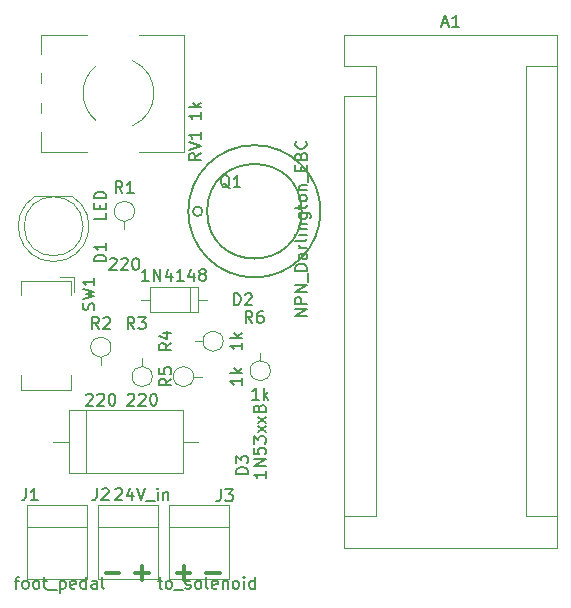
<source format=gbr>
G04 #@! TF.GenerationSoftware,KiCad,Pcbnew,(5.0.0)*
G04 #@! TF.CreationDate,2018-07-27T16:01:01+01:00*
G04 #@! TF.ProjectId,OpenSpritzer,4F70656E53707269747A65722E6B6963,rev?*
G04 #@! TF.SameCoordinates,Original*
G04 #@! TF.FileFunction,Legend,Top*
G04 #@! TF.FilePolarity,Positive*
%FSLAX46Y46*%
G04 Gerber Fmt 4.6, Leading zero omitted, Abs format (unit mm)*
G04 Created by KiCad (PCBNEW (5.0.0)) date 07/27/18 16:01:01*
%MOMM*%
%LPD*%
G01*
G04 APERTURE LIST*
%ADD10C,0.300000*%
%ADD11C,0.150000*%
%ADD12C,0.120000*%
G04 APERTURE END LIST*
D10*
X99928571Y-128607142D02*
X101071428Y-128607142D01*
X97428571Y-128607142D02*
X98571428Y-128607142D01*
X98000000Y-129178571D02*
X98000000Y-128035714D01*
X92571428Y-128607142D02*
X91428571Y-128607142D01*
X95071428Y-128607142D02*
X93928571Y-128607142D01*
X94500000Y-129178571D02*
X94500000Y-128035714D01*
D11*
G04 #@! TO.C,Q1*
X109600000Y-98000000D02*
G75*
G03X109600000Y-98000000I-5600000J0D01*
G01*
X108000000Y-98000000D02*
G75*
G03X108000000Y-98000000I-4000000J0D01*
G01*
X99600000Y-98000000D02*
G75*
G03X99600000Y-98000000I-400000J0D01*
G01*
D12*
G04 #@! TO.C,RV1*
X98060000Y-83039000D02*
X98060000Y-92960000D01*
X85940000Y-91325000D02*
X85940000Y-92960000D01*
X85940000Y-88825000D02*
X85940000Y-89675000D01*
X85940000Y-86325000D02*
X85940000Y-87175000D01*
X85940000Y-83039000D02*
X85940000Y-84675000D01*
X94195000Y-92960000D02*
X98060000Y-92960000D01*
X85940000Y-92960000D02*
X89806000Y-92960000D01*
X94195000Y-83039000D02*
X98060000Y-83039000D01*
X85940000Y-83039000D02*
X89806000Y-83039000D01*
X90571705Y-90297753D02*
G75*
G02X90572000Y-85702000I1928295J2297753D01*
G01*
X93671982Y-85237568D02*
G75*
G02X93673000Y-90762000I-1171982J-2762432D01*
G01*
G04 #@! TO.C,SW1*
X88450000Y-105100000D02*
X88450000Y-103900000D01*
X88450000Y-103900000D02*
X84250000Y-103900000D01*
X84250000Y-103900000D02*
X84250000Y-105100000D01*
X88450000Y-111900000D02*
X88450000Y-113100000D01*
X88450000Y-113100000D02*
X84250000Y-113100000D01*
X84250000Y-113100000D02*
X84250000Y-111900000D01*
X88750000Y-104800000D02*
X88750000Y-103600000D01*
X88750000Y-103600000D02*
X87550000Y-103600000D01*
G04 #@! TO.C,A1*
X129640000Y-83060000D02*
X111600000Y-83060000D01*
X129640000Y-126500000D02*
X129640000Y-83060000D01*
X111600000Y-126500000D02*
X129640000Y-126500000D01*
X114270000Y-123830000D02*
X111600000Y-123830000D01*
X114270000Y-88270000D02*
X114270000Y-123830000D01*
X114270000Y-88270000D02*
X111600000Y-88270000D01*
X126970000Y-123830000D02*
X129640000Y-123830000D01*
X126970000Y-85730000D02*
X126970000Y-123830000D01*
X126970000Y-85730000D02*
X129640000Y-85730000D01*
X111600000Y-83060000D02*
X111600000Y-85730000D01*
X111600000Y-88270000D02*
X111600000Y-126500000D01*
X114270000Y-85730000D02*
X111600000Y-85730000D01*
X114270000Y-88270000D02*
X114270000Y-85730000D01*
G04 #@! TO.C,D1*
X88545000Y-96710000D02*
X85455000Y-96710000D01*
X89500000Y-99270000D02*
G75*
G03X89500000Y-99270000I-2500000J0D01*
G01*
X87000462Y-102260000D02*
G75*
G02X85455170Y-96710000I-462J2990000D01*
G01*
X86999538Y-102260000D02*
G75*
G03X88544830Y-96710000I462J2990000D01*
G01*
G04 #@! TO.C,D2*
X99250000Y-106560000D02*
X99250000Y-104440000D01*
X99250000Y-104440000D02*
X95130000Y-104440000D01*
X95130000Y-104440000D02*
X95130000Y-106560000D01*
X95130000Y-106560000D02*
X99250000Y-106560000D01*
X100020000Y-105500000D02*
X99250000Y-105500000D01*
X94360000Y-105500000D02*
X95130000Y-105500000D01*
X98590000Y-106560000D02*
X98590000Y-104440000D01*
G04 #@! TO.C,D3*
X89784500Y-114835000D02*
X89784500Y-120165000D01*
X99260000Y-117500000D02*
X97945000Y-117500000D01*
X86980000Y-117500000D02*
X88295000Y-117500000D01*
X97945000Y-114835000D02*
X88295000Y-114835000D01*
X97945000Y-120165000D02*
X97945000Y-114835000D01*
X88295000Y-120165000D02*
X97945000Y-120165000D01*
X88295000Y-114835000D02*
X88295000Y-120165000D01*
G04 #@! TO.C,J1*
X89810000Y-122830000D02*
X89810000Y-129170000D01*
X84730000Y-122830000D02*
X84730000Y-129170000D01*
X84730000Y-122830000D02*
X89810000Y-122830000D01*
X89810000Y-129170000D02*
X84730000Y-129170000D01*
X89810000Y-124730000D02*
X84730000Y-124730000D01*
G04 #@! TO.C,J2*
X95810000Y-122830000D02*
X95810000Y-129170000D01*
X90730000Y-122830000D02*
X90730000Y-129170000D01*
X90730000Y-122830000D02*
X95810000Y-122830000D01*
X95810000Y-129170000D02*
X90730000Y-129170000D01*
X95810000Y-124730000D02*
X90730000Y-124730000D01*
G04 #@! TO.C,J3*
X101810000Y-124730000D02*
X96730000Y-124730000D01*
X101810000Y-129170000D02*
X96730000Y-129170000D01*
X96730000Y-122830000D02*
X101810000Y-122830000D01*
X96730000Y-122830000D02*
X96730000Y-129170000D01*
X101810000Y-122830000D02*
X101810000Y-129170000D01*
G04 #@! TO.C,R1*
X93860000Y-98000000D02*
G75*
G03X93860000Y-98000000I-860000J0D01*
G01*
X93000000Y-98860000D02*
X93000000Y-99540000D01*
G04 #@! TO.C,R2*
X91000000Y-110360000D02*
X91000000Y-111040000D01*
X91860000Y-109500000D02*
G75*
G03X91860000Y-109500000I-860000J0D01*
G01*
G04 #@! TO.C,R3*
X94500000Y-111140000D02*
X94500000Y-110460000D01*
X95360000Y-112000000D02*
G75*
G03X95360000Y-112000000I-860000J0D01*
G01*
G04 #@! TO.C,R4*
X99640000Y-109000000D02*
X98960000Y-109000000D01*
X101360000Y-109000000D02*
G75*
G03X101360000Y-109000000I-860000J0D01*
G01*
G04 #@! TO.C,R5*
X98860000Y-112000000D02*
G75*
G03X98860000Y-112000000I-860000J0D01*
G01*
X98860000Y-112000000D02*
X99540000Y-112000000D01*
G04 #@! TO.C,R6*
X104500000Y-110640000D02*
X104500000Y-109960000D01*
X105360000Y-111500000D02*
G75*
G03X105360000Y-111500000I-860000J0D01*
G01*
G04 #@! TO.C,Q1*
D11*
X101904761Y-96047619D02*
X101809523Y-96000000D01*
X101714285Y-95904761D01*
X101571428Y-95761904D01*
X101476190Y-95714285D01*
X101380952Y-95714285D01*
X101428571Y-95952380D02*
X101333333Y-95904761D01*
X101238095Y-95809523D01*
X101190476Y-95619047D01*
X101190476Y-95285714D01*
X101238095Y-95095238D01*
X101333333Y-95000000D01*
X101428571Y-94952380D01*
X101619047Y-94952380D01*
X101714285Y-95000000D01*
X101809523Y-95095238D01*
X101857142Y-95285714D01*
X101857142Y-95619047D01*
X101809523Y-95809523D01*
X101714285Y-95904761D01*
X101619047Y-95952380D01*
X101428571Y-95952380D01*
X102809523Y-95952380D02*
X102238095Y-95952380D01*
X102523809Y-95952380D02*
X102523809Y-94952380D01*
X102428571Y-95095238D01*
X102333333Y-95190476D01*
X102238095Y-95238095D01*
X108452380Y-106880952D02*
X107452380Y-106880952D01*
X108452380Y-106309523D01*
X107452380Y-106309523D01*
X108452380Y-105833333D02*
X107452380Y-105833333D01*
X107452380Y-105452380D01*
X107500000Y-105357142D01*
X107547619Y-105309523D01*
X107642857Y-105261904D01*
X107785714Y-105261904D01*
X107880952Y-105309523D01*
X107928571Y-105357142D01*
X107976190Y-105452380D01*
X107976190Y-105833333D01*
X108452380Y-104833333D02*
X107452380Y-104833333D01*
X108452380Y-104261904D01*
X107452380Y-104261904D01*
X108547619Y-104023809D02*
X108547619Y-103261904D01*
X108452380Y-103023809D02*
X107452380Y-103023809D01*
X107452380Y-102785714D01*
X107500000Y-102642857D01*
X107595238Y-102547619D01*
X107690476Y-102500000D01*
X107880952Y-102452380D01*
X108023809Y-102452380D01*
X108214285Y-102500000D01*
X108309523Y-102547619D01*
X108404761Y-102642857D01*
X108452380Y-102785714D01*
X108452380Y-103023809D01*
X108452380Y-101595238D02*
X107928571Y-101595238D01*
X107833333Y-101642857D01*
X107785714Y-101738095D01*
X107785714Y-101928571D01*
X107833333Y-102023809D01*
X108404761Y-101595238D02*
X108452380Y-101690476D01*
X108452380Y-101928571D01*
X108404761Y-102023809D01*
X108309523Y-102071428D01*
X108214285Y-102071428D01*
X108119047Y-102023809D01*
X108071428Y-101928571D01*
X108071428Y-101690476D01*
X108023809Y-101595238D01*
X108452380Y-101119047D02*
X107785714Y-101119047D01*
X107976190Y-101119047D02*
X107880952Y-101071428D01*
X107833333Y-101023809D01*
X107785714Y-100928571D01*
X107785714Y-100833333D01*
X108452380Y-100357142D02*
X108404761Y-100452380D01*
X108309523Y-100500000D01*
X107452380Y-100500000D01*
X108452380Y-99976190D02*
X107785714Y-99976190D01*
X107452380Y-99976190D02*
X107500000Y-100023809D01*
X107547619Y-99976190D01*
X107500000Y-99928571D01*
X107452380Y-99976190D01*
X107547619Y-99976190D01*
X107785714Y-99500000D02*
X108452380Y-99500000D01*
X107880952Y-99500000D02*
X107833333Y-99452380D01*
X107785714Y-99357142D01*
X107785714Y-99214285D01*
X107833333Y-99119047D01*
X107928571Y-99071428D01*
X108452380Y-99071428D01*
X107785714Y-98166666D02*
X108595238Y-98166666D01*
X108690476Y-98214285D01*
X108738095Y-98261904D01*
X108785714Y-98357142D01*
X108785714Y-98500000D01*
X108738095Y-98595238D01*
X108404761Y-98166666D02*
X108452380Y-98261904D01*
X108452380Y-98452380D01*
X108404761Y-98547619D01*
X108357142Y-98595238D01*
X108261904Y-98642857D01*
X107976190Y-98642857D01*
X107880952Y-98595238D01*
X107833333Y-98547619D01*
X107785714Y-98452380D01*
X107785714Y-98261904D01*
X107833333Y-98166666D01*
X107785714Y-97833333D02*
X107785714Y-97452380D01*
X107452380Y-97690476D02*
X108309523Y-97690476D01*
X108404761Y-97642857D01*
X108452380Y-97547619D01*
X108452380Y-97452380D01*
X108452380Y-96976190D02*
X108404761Y-97071428D01*
X108357142Y-97119047D01*
X108261904Y-97166666D01*
X107976190Y-97166666D01*
X107880952Y-97119047D01*
X107833333Y-97071428D01*
X107785714Y-96976190D01*
X107785714Y-96833333D01*
X107833333Y-96738095D01*
X107880952Y-96690476D01*
X107976190Y-96642857D01*
X108261904Y-96642857D01*
X108357142Y-96690476D01*
X108404761Y-96738095D01*
X108452380Y-96833333D01*
X108452380Y-96976190D01*
X107785714Y-96214285D02*
X108452380Y-96214285D01*
X107880952Y-96214285D02*
X107833333Y-96166666D01*
X107785714Y-96071428D01*
X107785714Y-95928571D01*
X107833333Y-95833333D01*
X107928571Y-95785714D01*
X108452380Y-95785714D01*
X108547619Y-95547619D02*
X108547619Y-94785714D01*
X107928571Y-94547619D02*
X107928571Y-94214285D01*
X108452380Y-94071428D02*
X108452380Y-94547619D01*
X107452380Y-94547619D01*
X107452380Y-94071428D01*
X107928571Y-93309523D02*
X107976190Y-93166666D01*
X108023809Y-93119047D01*
X108119047Y-93071428D01*
X108261904Y-93071428D01*
X108357142Y-93119047D01*
X108404761Y-93166666D01*
X108452380Y-93261904D01*
X108452380Y-93642857D01*
X107452380Y-93642857D01*
X107452380Y-93309523D01*
X107500000Y-93214285D01*
X107547619Y-93166666D01*
X107642857Y-93119047D01*
X107738095Y-93119047D01*
X107833333Y-93166666D01*
X107880952Y-93214285D01*
X107928571Y-93309523D01*
X107928571Y-93642857D01*
X108357142Y-92071428D02*
X108404761Y-92119047D01*
X108452380Y-92261904D01*
X108452380Y-92357142D01*
X108404761Y-92500000D01*
X108309523Y-92595238D01*
X108214285Y-92642857D01*
X108023809Y-92690476D01*
X107880952Y-92690476D01*
X107690476Y-92642857D01*
X107595238Y-92595238D01*
X107500000Y-92500000D01*
X107452380Y-92357142D01*
X107452380Y-92261904D01*
X107500000Y-92119047D01*
X107547619Y-92071428D01*
G04 #@! TO.C,RV1*
X99452380Y-93095238D02*
X98976190Y-93428571D01*
X99452380Y-93666666D02*
X98452380Y-93666666D01*
X98452380Y-93285714D01*
X98500000Y-93190476D01*
X98547619Y-93142857D01*
X98642857Y-93095238D01*
X98785714Y-93095238D01*
X98880952Y-93142857D01*
X98928571Y-93190476D01*
X98976190Y-93285714D01*
X98976190Y-93666666D01*
X98452380Y-92809523D02*
X99452380Y-92476190D01*
X98452380Y-92142857D01*
X99452380Y-91285714D02*
X99452380Y-91857142D01*
X99452380Y-91571428D02*
X98452380Y-91571428D01*
X98595238Y-91666666D01*
X98690476Y-91761904D01*
X98738095Y-91857142D01*
X99452380Y-89619047D02*
X99452380Y-90190476D01*
X99452380Y-89904761D02*
X98452380Y-89904761D01*
X98595238Y-90000000D01*
X98690476Y-90095238D01*
X98738095Y-90190476D01*
X99452380Y-89190476D02*
X98452380Y-89190476D01*
X99071428Y-89095238D02*
X99452380Y-88809523D01*
X98785714Y-88809523D02*
X99166666Y-89190476D01*
G04 #@! TO.C,SW1*
X90404761Y-106333333D02*
X90452380Y-106190476D01*
X90452380Y-105952380D01*
X90404761Y-105857142D01*
X90357142Y-105809523D01*
X90261904Y-105761904D01*
X90166666Y-105761904D01*
X90071428Y-105809523D01*
X90023809Y-105857142D01*
X89976190Y-105952380D01*
X89928571Y-106142857D01*
X89880952Y-106238095D01*
X89833333Y-106285714D01*
X89738095Y-106333333D01*
X89642857Y-106333333D01*
X89547619Y-106285714D01*
X89500000Y-106238095D01*
X89452380Y-106142857D01*
X89452380Y-105904761D01*
X89500000Y-105761904D01*
X89452380Y-105428571D02*
X90452380Y-105190476D01*
X89738095Y-105000000D01*
X90452380Y-104809523D01*
X89452380Y-104571428D01*
X90452380Y-103666666D02*
X90452380Y-104238095D01*
X90452380Y-103952380D02*
X89452380Y-103952380D01*
X89595238Y-104047619D01*
X89690476Y-104142857D01*
X89738095Y-104238095D01*
G04 #@! TO.C,A1*
X119905714Y-82086666D02*
X120381904Y-82086666D01*
X119810476Y-82372380D02*
X120143809Y-81372380D01*
X120477142Y-82372380D01*
X121334285Y-82372380D02*
X120762857Y-82372380D01*
X121048571Y-82372380D02*
X121048571Y-81372380D01*
X120953333Y-81515238D01*
X120858095Y-81610476D01*
X120762857Y-81658095D01*
G04 #@! TO.C,D1*
X91452380Y-102238095D02*
X90452380Y-102238095D01*
X90452380Y-102000000D01*
X90500000Y-101857142D01*
X90595238Y-101761904D01*
X90690476Y-101714285D01*
X90880952Y-101666666D01*
X91023809Y-101666666D01*
X91214285Y-101714285D01*
X91309523Y-101761904D01*
X91404761Y-101857142D01*
X91452380Y-102000000D01*
X91452380Y-102238095D01*
X91452380Y-100714285D02*
X91452380Y-101285714D01*
X91452380Y-101000000D02*
X90452380Y-101000000D01*
X90595238Y-101095238D01*
X90690476Y-101190476D01*
X90738095Y-101285714D01*
X91452380Y-98142857D02*
X91452380Y-98619047D01*
X90452380Y-98619047D01*
X90928571Y-97809523D02*
X90928571Y-97476190D01*
X91452380Y-97333333D02*
X91452380Y-97809523D01*
X90452380Y-97809523D01*
X90452380Y-97333333D01*
X91452380Y-96904761D02*
X90452380Y-96904761D01*
X90452380Y-96666666D01*
X90500000Y-96523809D01*
X90595238Y-96428571D01*
X90690476Y-96380952D01*
X90880952Y-96333333D01*
X91023809Y-96333333D01*
X91214285Y-96380952D01*
X91309523Y-96428571D01*
X91404761Y-96523809D01*
X91452380Y-96666666D01*
X91452380Y-96904761D01*
G04 #@! TO.C,D2*
X102261904Y-105952380D02*
X102261904Y-104952380D01*
X102500000Y-104952380D01*
X102642857Y-105000000D01*
X102738095Y-105095238D01*
X102785714Y-105190476D01*
X102833333Y-105380952D01*
X102833333Y-105523809D01*
X102785714Y-105714285D01*
X102738095Y-105809523D01*
X102642857Y-105904761D01*
X102500000Y-105952380D01*
X102261904Y-105952380D01*
X103214285Y-105047619D02*
X103261904Y-105000000D01*
X103357142Y-104952380D01*
X103595238Y-104952380D01*
X103690476Y-105000000D01*
X103738095Y-105047619D01*
X103785714Y-105142857D01*
X103785714Y-105238095D01*
X103738095Y-105380952D01*
X103166666Y-105952380D01*
X103785714Y-105952380D01*
X95047142Y-103892380D02*
X94475714Y-103892380D01*
X94761428Y-103892380D02*
X94761428Y-102892380D01*
X94666190Y-103035238D01*
X94570952Y-103130476D01*
X94475714Y-103178095D01*
X95475714Y-103892380D02*
X95475714Y-102892380D01*
X96047142Y-103892380D01*
X96047142Y-102892380D01*
X96951904Y-103225714D02*
X96951904Y-103892380D01*
X96713809Y-102844761D02*
X96475714Y-103559047D01*
X97094761Y-103559047D01*
X97999523Y-103892380D02*
X97428095Y-103892380D01*
X97713809Y-103892380D02*
X97713809Y-102892380D01*
X97618571Y-103035238D01*
X97523333Y-103130476D01*
X97428095Y-103178095D01*
X98856666Y-103225714D02*
X98856666Y-103892380D01*
X98618571Y-102844761D02*
X98380476Y-103559047D01*
X98999523Y-103559047D01*
X99523333Y-103320952D02*
X99428095Y-103273333D01*
X99380476Y-103225714D01*
X99332857Y-103130476D01*
X99332857Y-103082857D01*
X99380476Y-102987619D01*
X99428095Y-102940000D01*
X99523333Y-102892380D01*
X99713809Y-102892380D01*
X99809047Y-102940000D01*
X99856666Y-102987619D01*
X99904285Y-103082857D01*
X99904285Y-103130476D01*
X99856666Y-103225714D01*
X99809047Y-103273333D01*
X99713809Y-103320952D01*
X99523333Y-103320952D01*
X99428095Y-103368571D01*
X99380476Y-103416190D01*
X99332857Y-103511428D01*
X99332857Y-103701904D01*
X99380476Y-103797142D01*
X99428095Y-103844761D01*
X99523333Y-103892380D01*
X99713809Y-103892380D01*
X99809047Y-103844761D01*
X99856666Y-103797142D01*
X99904285Y-103701904D01*
X99904285Y-103511428D01*
X99856666Y-103416190D01*
X99809047Y-103368571D01*
X99713809Y-103320952D01*
G04 #@! TO.C,D3*
X103452380Y-120238095D02*
X102452380Y-120238095D01*
X102452380Y-120000000D01*
X102500000Y-119857142D01*
X102595238Y-119761904D01*
X102690476Y-119714285D01*
X102880952Y-119666666D01*
X103023809Y-119666666D01*
X103214285Y-119714285D01*
X103309523Y-119761904D01*
X103404761Y-119857142D01*
X103452380Y-120000000D01*
X103452380Y-120238095D01*
X102452380Y-119333333D02*
X102452380Y-118714285D01*
X102833333Y-119047619D01*
X102833333Y-118904761D01*
X102880952Y-118809523D01*
X102928571Y-118761904D01*
X103023809Y-118714285D01*
X103261904Y-118714285D01*
X103357142Y-118761904D01*
X103404761Y-118809523D01*
X103452380Y-118904761D01*
X103452380Y-119190476D01*
X103404761Y-119285714D01*
X103357142Y-119333333D01*
X104952380Y-120000000D02*
X104952380Y-120571428D01*
X104952380Y-120285714D02*
X103952380Y-120285714D01*
X104095238Y-120380952D01*
X104190476Y-120476190D01*
X104238095Y-120571428D01*
X104952380Y-119571428D02*
X103952380Y-119571428D01*
X104952380Y-119000000D01*
X103952380Y-119000000D01*
X103952380Y-118047619D02*
X103952380Y-118523809D01*
X104428571Y-118571428D01*
X104380952Y-118523809D01*
X104333333Y-118428571D01*
X104333333Y-118190476D01*
X104380952Y-118095238D01*
X104428571Y-118047619D01*
X104523809Y-118000000D01*
X104761904Y-118000000D01*
X104857142Y-118047619D01*
X104904761Y-118095238D01*
X104952380Y-118190476D01*
X104952380Y-118428571D01*
X104904761Y-118523809D01*
X104857142Y-118571428D01*
X103952380Y-117666666D02*
X103952380Y-117047619D01*
X104333333Y-117380952D01*
X104333333Y-117238095D01*
X104380952Y-117142857D01*
X104428571Y-117095238D01*
X104523809Y-117047619D01*
X104761904Y-117047619D01*
X104857142Y-117095238D01*
X104904761Y-117142857D01*
X104952380Y-117238095D01*
X104952380Y-117523809D01*
X104904761Y-117619047D01*
X104857142Y-117666666D01*
X104952380Y-116714285D02*
X104285714Y-116190476D01*
X104285714Y-116714285D02*
X104952380Y-116190476D01*
X104952380Y-115904761D02*
X104285714Y-115380952D01*
X104285714Y-115904761D02*
X104952380Y-115380952D01*
X104428571Y-114666666D02*
X104476190Y-114523809D01*
X104523809Y-114476190D01*
X104619047Y-114428571D01*
X104761904Y-114428571D01*
X104857142Y-114476190D01*
X104904761Y-114523809D01*
X104952380Y-114619047D01*
X104952380Y-115000000D01*
X103952380Y-115000000D01*
X103952380Y-114666666D01*
X104000000Y-114571428D01*
X104047619Y-114523809D01*
X104142857Y-114476190D01*
X104238095Y-114476190D01*
X104333333Y-114523809D01*
X104380952Y-114571428D01*
X104428571Y-114666666D01*
X104428571Y-115000000D01*
G04 #@! TO.C,J1*
X84666666Y-121452380D02*
X84666666Y-122166666D01*
X84619047Y-122309523D01*
X84523809Y-122404761D01*
X84380952Y-122452380D01*
X84285714Y-122452380D01*
X85666666Y-122452380D02*
X85095238Y-122452380D01*
X85380952Y-122452380D02*
X85380952Y-121452380D01*
X85285714Y-121595238D01*
X85190476Y-121690476D01*
X85095238Y-121738095D01*
X83690476Y-129285714D02*
X84071428Y-129285714D01*
X83833333Y-129952380D02*
X83833333Y-129095238D01*
X83880952Y-129000000D01*
X83976190Y-128952380D01*
X84071428Y-128952380D01*
X84547619Y-129952380D02*
X84452380Y-129904761D01*
X84404761Y-129857142D01*
X84357142Y-129761904D01*
X84357142Y-129476190D01*
X84404761Y-129380952D01*
X84452380Y-129333333D01*
X84547619Y-129285714D01*
X84690476Y-129285714D01*
X84785714Y-129333333D01*
X84833333Y-129380952D01*
X84880952Y-129476190D01*
X84880952Y-129761904D01*
X84833333Y-129857142D01*
X84785714Y-129904761D01*
X84690476Y-129952380D01*
X84547619Y-129952380D01*
X85452380Y-129952380D02*
X85357142Y-129904761D01*
X85309523Y-129857142D01*
X85261904Y-129761904D01*
X85261904Y-129476190D01*
X85309523Y-129380952D01*
X85357142Y-129333333D01*
X85452380Y-129285714D01*
X85595238Y-129285714D01*
X85690476Y-129333333D01*
X85738095Y-129380952D01*
X85785714Y-129476190D01*
X85785714Y-129761904D01*
X85738095Y-129857142D01*
X85690476Y-129904761D01*
X85595238Y-129952380D01*
X85452380Y-129952380D01*
X86071428Y-129285714D02*
X86452380Y-129285714D01*
X86214285Y-128952380D02*
X86214285Y-129809523D01*
X86261904Y-129904761D01*
X86357142Y-129952380D01*
X86452380Y-129952380D01*
X86547619Y-130047619D02*
X87309523Y-130047619D01*
X87547619Y-129285714D02*
X87547619Y-130285714D01*
X87547619Y-129333333D02*
X87642857Y-129285714D01*
X87833333Y-129285714D01*
X87928571Y-129333333D01*
X87976190Y-129380952D01*
X88023809Y-129476190D01*
X88023809Y-129761904D01*
X87976190Y-129857142D01*
X87928571Y-129904761D01*
X87833333Y-129952380D01*
X87642857Y-129952380D01*
X87547619Y-129904761D01*
X88833333Y-129904761D02*
X88738095Y-129952380D01*
X88547619Y-129952380D01*
X88452380Y-129904761D01*
X88404761Y-129809523D01*
X88404761Y-129428571D01*
X88452380Y-129333333D01*
X88547619Y-129285714D01*
X88738095Y-129285714D01*
X88833333Y-129333333D01*
X88880952Y-129428571D01*
X88880952Y-129523809D01*
X88404761Y-129619047D01*
X89738095Y-129952380D02*
X89738095Y-128952380D01*
X89738095Y-129904761D02*
X89642857Y-129952380D01*
X89452380Y-129952380D01*
X89357142Y-129904761D01*
X89309523Y-129857142D01*
X89261904Y-129761904D01*
X89261904Y-129476190D01*
X89309523Y-129380952D01*
X89357142Y-129333333D01*
X89452380Y-129285714D01*
X89642857Y-129285714D01*
X89738095Y-129333333D01*
X90642857Y-129952380D02*
X90642857Y-129428571D01*
X90595238Y-129333333D01*
X90500000Y-129285714D01*
X90309523Y-129285714D01*
X90214285Y-129333333D01*
X90642857Y-129904761D02*
X90547619Y-129952380D01*
X90309523Y-129952380D01*
X90214285Y-129904761D01*
X90166666Y-129809523D01*
X90166666Y-129714285D01*
X90214285Y-129619047D01*
X90309523Y-129571428D01*
X90547619Y-129571428D01*
X90642857Y-129523809D01*
X91261904Y-129952380D02*
X91166666Y-129904761D01*
X91119047Y-129809523D01*
X91119047Y-128952380D01*
G04 #@! TO.C,J2*
X90666666Y-121452380D02*
X90666666Y-122166666D01*
X90619047Y-122309523D01*
X90523809Y-122404761D01*
X90380952Y-122452380D01*
X90285714Y-122452380D01*
X91095238Y-121547619D02*
X91142857Y-121500000D01*
X91238095Y-121452380D01*
X91476190Y-121452380D01*
X91571428Y-121500000D01*
X91619047Y-121547619D01*
X91666666Y-121642857D01*
X91666666Y-121738095D01*
X91619047Y-121880952D01*
X91047619Y-122452380D01*
X91666666Y-122452380D01*
X92238095Y-121547619D02*
X92285714Y-121500000D01*
X92380952Y-121452380D01*
X92619047Y-121452380D01*
X92714285Y-121500000D01*
X92761904Y-121547619D01*
X92809523Y-121642857D01*
X92809523Y-121738095D01*
X92761904Y-121880952D01*
X92190476Y-122452380D01*
X92809523Y-122452380D01*
X93666666Y-121785714D02*
X93666666Y-122452380D01*
X93428571Y-121404761D02*
X93190476Y-122119047D01*
X93809523Y-122119047D01*
X94047619Y-121452380D02*
X94380952Y-122452380D01*
X94714285Y-121452380D01*
X94809523Y-122547619D02*
X95571428Y-122547619D01*
X95809523Y-122452380D02*
X95809523Y-121785714D01*
X95809523Y-121452380D02*
X95761904Y-121500000D01*
X95809523Y-121547619D01*
X95857142Y-121500000D01*
X95809523Y-121452380D01*
X95809523Y-121547619D01*
X96285714Y-121785714D02*
X96285714Y-122452380D01*
X96285714Y-121880952D02*
X96333333Y-121833333D01*
X96428571Y-121785714D01*
X96571428Y-121785714D01*
X96666666Y-121833333D01*
X96714285Y-121928571D01*
X96714285Y-122452380D01*
G04 #@! TO.C,J3*
X101166666Y-121552380D02*
X101166666Y-122266666D01*
X101119047Y-122409523D01*
X101023809Y-122504761D01*
X100880952Y-122552380D01*
X100785714Y-122552380D01*
X101547619Y-121552380D02*
X102166666Y-121552380D01*
X101833333Y-121933333D01*
X101976190Y-121933333D01*
X102071428Y-121980952D01*
X102119047Y-122028571D01*
X102166666Y-122123809D01*
X102166666Y-122361904D01*
X102119047Y-122457142D01*
X102071428Y-122504761D01*
X101976190Y-122552380D01*
X101690476Y-122552380D01*
X101595238Y-122504761D01*
X101547619Y-122457142D01*
X95833333Y-129285714D02*
X96214285Y-129285714D01*
X95976190Y-128952380D02*
X95976190Y-129809523D01*
X96023809Y-129904761D01*
X96119047Y-129952380D01*
X96214285Y-129952380D01*
X96690476Y-129952380D02*
X96595238Y-129904761D01*
X96547619Y-129857142D01*
X96500000Y-129761904D01*
X96500000Y-129476190D01*
X96547619Y-129380952D01*
X96595238Y-129333333D01*
X96690476Y-129285714D01*
X96833333Y-129285714D01*
X96928571Y-129333333D01*
X96976190Y-129380952D01*
X97023809Y-129476190D01*
X97023809Y-129761904D01*
X96976190Y-129857142D01*
X96928571Y-129904761D01*
X96833333Y-129952380D01*
X96690476Y-129952380D01*
X97214285Y-130047619D02*
X97976190Y-130047619D01*
X98166666Y-129904761D02*
X98261904Y-129952380D01*
X98452380Y-129952380D01*
X98547619Y-129904761D01*
X98595238Y-129809523D01*
X98595238Y-129761904D01*
X98547619Y-129666666D01*
X98452380Y-129619047D01*
X98309523Y-129619047D01*
X98214285Y-129571428D01*
X98166666Y-129476190D01*
X98166666Y-129428571D01*
X98214285Y-129333333D01*
X98309523Y-129285714D01*
X98452380Y-129285714D01*
X98547619Y-129333333D01*
X99166666Y-129952380D02*
X99071428Y-129904761D01*
X99023809Y-129857142D01*
X98976190Y-129761904D01*
X98976190Y-129476190D01*
X99023809Y-129380952D01*
X99071428Y-129333333D01*
X99166666Y-129285714D01*
X99309523Y-129285714D01*
X99404761Y-129333333D01*
X99452380Y-129380952D01*
X99500000Y-129476190D01*
X99500000Y-129761904D01*
X99452380Y-129857142D01*
X99404761Y-129904761D01*
X99309523Y-129952380D01*
X99166666Y-129952380D01*
X100071428Y-129952380D02*
X99976190Y-129904761D01*
X99928571Y-129809523D01*
X99928571Y-128952380D01*
X100833333Y-129904761D02*
X100738095Y-129952380D01*
X100547619Y-129952380D01*
X100452380Y-129904761D01*
X100404761Y-129809523D01*
X100404761Y-129428571D01*
X100452380Y-129333333D01*
X100547619Y-129285714D01*
X100738095Y-129285714D01*
X100833333Y-129333333D01*
X100880952Y-129428571D01*
X100880952Y-129523809D01*
X100404761Y-129619047D01*
X101309523Y-129285714D02*
X101309523Y-129952380D01*
X101309523Y-129380952D02*
X101357142Y-129333333D01*
X101452380Y-129285714D01*
X101595238Y-129285714D01*
X101690476Y-129333333D01*
X101738095Y-129428571D01*
X101738095Y-129952380D01*
X102357142Y-129952380D02*
X102261904Y-129904761D01*
X102214285Y-129857142D01*
X102166666Y-129761904D01*
X102166666Y-129476190D01*
X102214285Y-129380952D01*
X102261904Y-129333333D01*
X102357142Y-129285714D01*
X102500000Y-129285714D01*
X102595238Y-129333333D01*
X102642857Y-129380952D01*
X102690476Y-129476190D01*
X102690476Y-129761904D01*
X102642857Y-129857142D01*
X102595238Y-129904761D01*
X102500000Y-129952380D01*
X102357142Y-129952380D01*
X103119047Y-129952380D02*
X103119047Y-129285714D01*
X103119047Y-128952380D02*
X103071428Y-129000000D01*
X103119047Y-129047619D01*
X103166666Y-129000000D01*
X103119047Y-128952380D01*
X103119047Y-129047619D01*
X104023809Y-129952380D02*
X104023809Y-128952380D01*
X104023809Y-129904761D02*
X103928571Y-129952380D01*
X103738095Y-129952380D01*
X103642857Y-129904761D01*
X103595238Y-129857142D01*
X103547619Y-129761904D01*
X103547619Y-129476190D01*
X103595238Y-129380952D01*
X103642857Y-129333333D01*
X103738095Y-129285714D01*
X103928571Y-129285714D01*
X104023809Y-129333333D01*
G04 #@! TO.C,R1*
X92833333Y-96452380D02*
X92500000Y-95976190D01*
X92261904Y-96452380D02*
X92261904Y-95452380D01*
X92642857Y-95452380D01*
X92738095Y-95500000D01*
X92785714Y-95547619D01*
X92833333Y-95642857D01*
X92833333Y-95785714D01*
X92785714Y-95880952D01*
X92738095Y-95928571D01*
X92642857Y-95976190D01*
X92261904Y-95976190D01*
X93785714Y-96452380D02*
X93214285Y-96452380D01*
X93500000Y-96452380D02*
X93500000Y-95452380D01*
X93404761Y-95595238D01*
X93309523Y-95690476D01*
X93214285Y-95738095D01*
X91761904Y-102047619D02*
X91809523Y-102000000D01*
X91904761Y-101952380D01*
X92142857Y-101952380D01*
X92238095Y-102000000D01*
X92285714Y-102047619D01*
X92333333Y-102142857D01*
X92333333Y-102238095D01*
X92285714Y-102380952D01*
X91714285Y-102952380D01*
X92333333Y-102952380D01*
X92714285Y-102047619D02*
X92761904Y-102000000D01*
X92857142Y-101952380D01*
X93095238Y-101952380D01*
X93190476Y-102000000D01*
X93238095Y-102047619D01*
X93285714Y-102142857D01*
X93285714Y-102238095D01*
X93238095Y-102380952D01*
X92666666Y-102952380D01*
X93285714Y-102952380D01*
X93904761Y-101952380D02*
X94000000Y-101952380D01*
X94095238Y-102000000D01*
X94142857Y-102047619D01*
X94190476Y-102142857D01*
X94238095Y-102333333D01*
X94238095Y-102571428D01*
X94190476Y-102761904D01*
X94142857Y-102857142D01*
X94095238Y-102904761D01*
X94000000Y-102952380D01*
X93904761Y-102952380D01*
X93809523Y-102904761D01*
X93761904Y-102857142D01*
X93714285Y-102761904D01*
X93666666Y-102571428D01*
X93666666Y-102333333D01*
X93714285Y-102142857D01*
X93761904Y-102047619D01*
X93809523Y-102000000D01*
X93904761Y-101952380D01*
G04 #@! TO.C,R2*
X90833333Y-107952380D02*
X90500000Y-107476190D01*
X90261904Y-107952380D02*
X90261904Y-106952380D01*
X90642857Y-106952380D01*
X90738095Y-107000000D01*
X90785714Y-107047619D01*
X90833333Y-107142857D01*
X90833333Y-107285714D01*
X90785714Y-107380952D01*
X90738095Y-107428571D01*
X90642857Y-107476190D01*
X90261904Y-107476190D01*
X91214285Y-107047619D02*
X91261904Y-107000000D01*
X91357142Y-106952380D01*
X91595238Y-106952380D01*
X91690476Y-107000000D01*
X91738095Y-107047619D01*
X91785714Y-107142857D01*
X91785714Y-107238095D01*
X91738095Y-107380952D01*
X91166666Y-107952380D01*
X91785714Y-107952380D01*
X89761904Y-113547619D02*
X89809523Y-113500000D01*
X89904761Y-113452380D01*
X90142857Y-113452380D01*
X90238095Y-113500000D01*
X90285714Y-113547619D01*
X90333333Y-113642857D01*
X90333333Y-113738095D01*
X90285714Y-113880952D01*
X89714285Y-114452380D01*
X90333333Y-114452380D01*
X90714285Y-113547619D02*
X90761904Y-113500000D01*
X90857142Y-113452380D01*
X91095238Y-113452380D01*
X91190476Y-113500000D01*
X91238095Y-113547619D01*
X91285714Y-113642857D01*
X91285714Y-113738095D01*
X91238095Y-113880952D01*
X90666666Y-114452380D01*
X91285714Y-114452380D01*
X91904761Y-113452380D02*
X92000000Y-113452380D01*
X92095238Y-113500000D01*
X92142857Y-113547619D01*
X92190476Y-113642857D01*
X92238095Y-113833333D01*
X92238095Y-114071428D01*
X92190476Y-114261904D01*
X92142857Y-114357142D01*
X92095238Y-114404761D01*
X92000000Y-114452380D01*
X91904761Y-114452380D01*
X91809523Y-114404761D01*
X91761904Y-114357142D01*
X91714285Y-114261904D01*
X91666666Y-114071428D01*
X91666666Y-113833333D01*
X91714285Y-113642857D01*
X91761904Y-113547619D01*
X91809523Y-113500000D01*
X91904761Y-113452380D01*
G04 #@! TO.C,R3*
X93833333Y-107952380D02*
X93500000Y-107476190D01*
X93261904Y-107952380D02*
X93261904Y-106952380D01*
X93642857Y-106952380D01*
X93738095Y-107000000D01*
X93785714Y-107047619D01*
X93833333Y-107142857D01*
X93833333Y-107285714D01*
X93785714Y-107380952D01*
X93738095Y-107428571D01*
X93642857Y-107476190D01*
X93261904Y-107476190D01*
X94166666Y-106952380D02*
X94785714Y-106952380D01*
X94452380Y-107333333D01*
X94595238Y-107333333D01*
X94690476Y-107380952D01*
X94738095Y-107428571D01*
X94785714Y-107523809D01*
X94785714Y-107761904D01*
X94738095Y-107857142D01*
X94690476Y-107904761D01*
X94595238Y-107952380D01*
X94309523Y-107952380D01*
X94214285Y-107904761D01*
X94166666Y-107857142D01*
X93261904Y-113547619D02*
X93309523Y-113500000D01*
X93404761Y-113452380D01*
X93642857Y-113452380D01*
X93738095Y-113500000D01*
X93785714Y-113547619D01*
X93833333Y-113642857D01*
X93833333Y-113738095D01*
X93785714Y-113880952D01*
X93214285Y-114452380D01*
X93833333Y-114452380D01*
X94214285Y-113547619D02*
X94261904Y-113500000D01*
X94357142Y-113452380D01*
X94595238Y-113452380D01*
X94690476Y-113500000D01*
X94738095Y-113547619D01*
X94785714Y-113642857D01*
X94785714Y-113738095D01*
X94738095Y-113880952D01*
X94166666Y-114452380D01*
X94785714Y-114452380D01*
X95404761Y-113452380D02*
X95500000Y-113452380D01*
X95595238Y-113500000D01*
X95642857Y-113547619D01*
X95690476Y-113642857D01*
X95738095Y-113833333D01*
X95738095Y-114071428D01*
X95690476Y-114261904D01*
X95642857Y-114357142D01*
X95595238Y-114404761D01*
X95500000Y-114452380D01*
X95404761Y-114452380D01*
X95309523Y-114404761D01*
X95261904Y-114357142D01*
X95214285Y-114261904D01*
X95166666Y-114071428D01*
X95166666Y-113833333D01*
X95214285Y-113642857D01*
X95261904Y-113547619D01*
X95309523Y-113500000D01*
X95404761Y-113452380D01*
G04 #@! TO.C,R4*
X96952380Y-109166666D02*
X96476190Y-109500000D01*
X96952380Y-109738095D02*
X95952380Y-109738095D01*
X95952380Y-109357142D01*
X96000000Y-109261904D01*
X96047619Y-109214285D01*
X96142857Y-109166666D01*
X96285714Y-109166666D01*
X96380952Y-109214285D01*
X96428571Y-109261904D01*
X96476190Y-109357142D01*
X96476190Y-109738095D01*
X96285714Y-108309523D02*
X96952380Y-108309523D01*
X95904761Y-108547619D02*
X96619047Y-108785714D01*
X96619047Y-108166666D01*
X102952380Y-109119047D02*
X102952380Y-109690476D01*
X102952380Y-109404761D02*
X101952380Y-109404761D01*
X102095238Y-109500000D01*
X102190476Y-109595238D01*
X102238095Y-109690476D01*
X102952380Y-108690476D02*
X101952380Y-108690476D01*
X102571428Y-108595238D02*
X102952380Y-108309523D01*
X102285714Y-108309523D02*
X102666666Y-108690476D01*
G04 #@! TO.C,R5*
X96952380Y-112166666D02*
X96476190Y-112500000D01*
X96952380Y-112738095D02*
X95952380Y-112738095D01*
X95952380Y-112357142D01*
X96000000Y-112261904D01*
X96047619Y-112214285D01*
X96142857Y-112166666D01*
X96285714Y-112166666D01*
X96380952Y-112214285D01*
X96428571Y-112261904D01*
X96476190Y-112357142D01*
X96476190Y-112738095D01*
X95952380Y-111261904D02*
X95952380Y-111738095D01*
X96428571Y-111785714D01*
X96380952Y-111738095D01*
X96333333Y-111642857D01*
X96333333Y-111404761D01*
X96380952Y-111309523D01*
X96428571Y-111261904D01*
X96523809Y-111214285D01*
X96761904Y-111214285D01*
X96857142Y-111261904D01*
X96904761Y-111309523D01*
X96952380Y-111404761D01*
X96952380Y-111642857D01*
X96904761Y-111738095D01*
X96857142Y-111785714D01*
X102952380Y-112119047D02*
X102952380Y-112690476D01*
X102952380Y-112404761D02*
X101952380Y-112404761D01*
X102095238Y-112500000D01*
X102190476Y-112595238D01*
X102238095Y-112690476D01*
X102952380Y-111690476D02*
X101952380Y-111690476D01*
X102571428Y-111595238D02*
X102952380Y-111309523D01*
X102285714Y-111309523D02*
X102666666Y-111690476D01*
G04 #@! TO.C,R6*
X103833333Y-107452380D02*
X103500000Y-106976190D01*
X103261904Y-107452380D02*
X103261904Y-106452380D01*
X103642857Y-106452380D01*
X103738095Y-106500000D01*
X103785714Y-106547619D01*
X103833333Y-106642857D01*
X103833333Y-106785714D01*
X103785714Y-106880952D01*
X103738095Y-106928571D01*
X103642857Y-106976190D01*
X103261904Y-106976190D01*
X104690476Y-106452380D02*
X104500000Y-106452380D01*
X104404761Y-106500000D01*
X104357142Y-106547619D01*
X104261904Y-106690476D01*
X104214285Y-106880952D01*
X104214285Y-107261904D01*
X104261904Y-107357142D01*
X104309523Y-107404761D01*
X104404761Y-107452380D01*
X104595238Y-107452380D01*
X104690476Y-107404761D01*
X104738095Y-107357142D01*
X104785714Y-107261904D01*
X104785714Y-107023809D01*
X104738095Y-106928571D01*
X104690476Y-106880952D01*
X104595238Y-106833333D01*
X104404761Y-106833333D01*
X104309523Y-106880952D01*
X104261904Y-106928571D01*
X104214285Y-107023809D01*
X104380952Y-113952380D02*
X103809523Y-113952380D01*
X104095238Y-113952380D02*
X104095238Y-112952380D01*
X104000000Y-113095238D01*
X103904761Y-113190476D01*
X103809523Y-113238095D01*
X104809523Y-113952380D02*
X104809523Y-112952380D01*
X104904761Y-113571428D02*
X105190476Y-113952380D01*
X105190476Y-113285714D02*
X104809523Y-113666666D01*
G04 #@! TO.C,*
G04 #@! TD*
M02*

</source>
